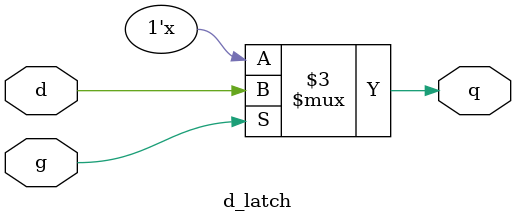
<source format=v>
`timescale 1ns / 1ps

module d_latch (
    input  wire d,
    input  wire g,
    output reg  q
);

  always @(*) begin
    if (g) begin
      q = d;
    end
  end

endmodule

</source>
